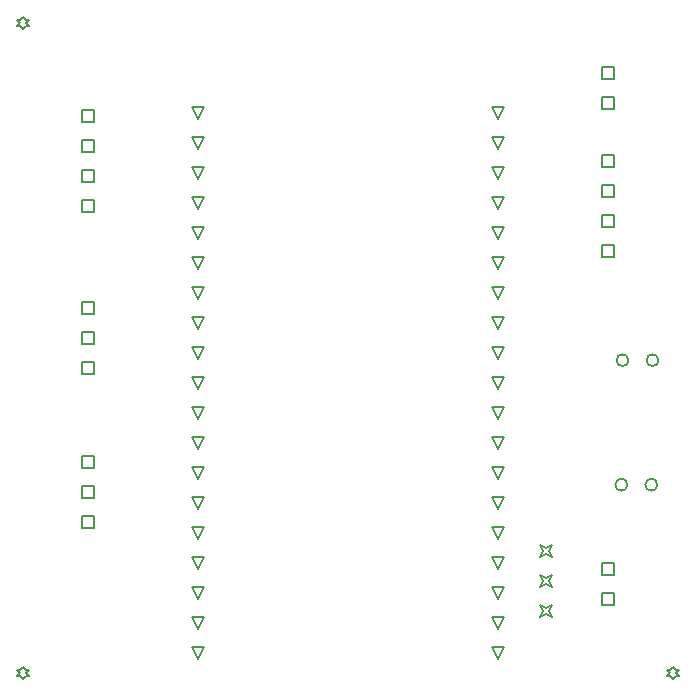
<source format=gbr>
G04*
G04 #@! TF.GenerationSoftware,Altium Limited,Altium Designer,22.4.2 (48)*
G04*
G04 Layer_Color=2752767*
%FSLAX44Y44*%
%MOMM*%
G71*
G04*
G04 #@! TF.SameCoordinates,401EAB3C-69B4-4000-897E-A26D65C5C49B*
G04*
G04*
G04 #@! TF.FilePolarity,Positive*
G04*
G01*
G75*
%ADD11C,0.1270*%
%ADD34C,0.1693*%
D11*
X74920Y491360D02*
Y501520D01*
X85080D01*
Y491360D01*
X74920D01*
Y415160D02*
Y425320D01*
X85080D01*
Y415160D01*
X74920D01*
Y440560D02*
Y450720D01*
X85080D01*
Y440560D01*
X74920D01*
Y465960D02*
Y476120D01*
X85080D01*
Y465960D01*
X74920D01*
Y328660D02*
Y338820D01*
X85080D01*
Y328660D01*
X74920D01*
Y303260D02*
Y313420D01*
X85080D01*
Y303260D01*
X74920D01*
Y277860D02*
Y288020D01*
X85080D01*
Y277860D01*
X74920D01*
Y198660D02*
Y208820D01*
X85080D01*
Y198660D01*
X74920D01*
Y173260D02*
Y183420D01*
X85080D01*
Y173260D01*
X74920D01*
Y147860D02*
Y158020D01*
X85080D01*
Y147860D01*
X74920D01*
X514920Y527620D02*
Y537780D01*
X525080D01*
Y527620D01*
X514920D01*
Y502220D02*
Y512380D01*
X525080D01*
Y502220D01*
X514920D01*
Y377190D02*
Y387350D01*
X525080D01*
Y377190D01*
X514920D01*
Y453390D02*
Y463550D01*
X525080D01*
Y453390D01*
X514920D01*
Y427990D02*
Y438150D01*
X525080D01*
Y427990D01*
X514920D01*
Y402590D02*
Y412750D01*
X525080D01*
Y402590D01*
X514920D01*
X173000Y493420D02*
X167920Y503580D01*
X178080D01*
X173000Y493420D01*
Y468020D02*
X167920Y478180D01*
X178080D01*
X173000Y468020D01*
Y442620D02*
X167920Y452780D01*
X178080D01*
X173000Y442620D01*
Y417220D02*
X167920Y427380D01*
X178080D01*
X173000Y417220D01*
Y391820D02*
X167920Y401980D01*
X178080D01*
X173000Y391820D01*
Y366420D02*
X167920Y376580D01*
X178080D01*
X173000Y366420D01*
Y341020D02*
X167920Y351180D01*
X178080D01*
X173000Y341020D01*
Y315620D02*
X167920Y325780D01*
X178080D01*
X173000Y315620D01*
Y290220D02*
X167920Y300380D01*
X178080D01*
X173000Y290220D01*
Y264820D02*
X167920Y274980D01*
X178080D01*
X173000Y264820D01*
Y239420D02*
X167920Y249580D01*
X178080D01*
X173000Y239420D01*
Y214020D02*
X167920Y224180D01*
X178080D01*
X173000Y214020D01*
Y188620D02*
X167920Y198780D01*
X178080D01*
X173000Y188620D01*
Y163220D02*
X167920Y173380D01*
X178080D01*
X173000Y163220D01*
Y137820D02*
X167920Y147980D01*
X178080D01*
X173000Y137820D01*
Y112420D02*
X167920Y122580D01*
X178080D01*
X173000Y112420D01*
Y87020D02*
X167920Y97180D01*
X178080D01*
X173000Y87020D01*
Y61620D02*
X167920Y71780D01*
X178080D01*
X173000Y61620D01*
Y36220D02*
X167920Y46380D01*
X178080D01*
X173000Y36220D01*
X427000D02*
X421920Y46380D01*
X432080D01*
X427000Y36220D01*
Y61620D02*
X421920Y71780D01*
X432080D01*
X427000Y61620D01*
Y87020D02*
X421920Y97180D01*
X432080D01*
X427000Y87020D01*
Y112420D02*
X421920Y122580D01*
X432080D01*
X427000Y112420D01*
Y137820D02*
X421920Y147980D01*
X432080D01*
X427000Y137820D01*
Y163220D02*
X421920Y173380D01*
X432080D01*
X427000Y163220D01*
Y188620D02*
X421920Y198780D01*
X432080D01*
X427000Y188620D01*
Y214020D02*
X421920Y224180D01*
X432080D01*
X427000Y214020D01*
Y239420D02*
X421920Y249580D01*
X432080D01*
X427000Y239420D01*
Y264820D02*
X421920Y274980D01*
X432080D01*
X427000Y264820D01*
Y290220D02*
X421920Y300380D01*
X432080D01*
X427000Y290220D01*
Y315620D02*
X421920Y325780D01*
X432080D01*
X427000Y315620D01*
Y341020D02*
X421920Y351180D01*
X432080D01*
X427000Y341020D01*
Y366420D02*
X421920Y376580D01*
X432080D01*
X427000Y366420D01*
Y391820D02*
X421920Y401980D01*
X432080D01*
X427000Y391820D01*
Y417220D02*
X421920Y427380D01*
X432080D01*
X427000Y417220D01*
Y442620D02*
X421920Y452780D01*
X432080D01*
X427000Y442620D01*
Y468020D02*
X421920Y478180D01*
X432080D01*
X427000Y468020D01*
Y493420D02*
X421920Y503580D01*
X432080D01*
X427000Y493420D01*
X25000Y19920D02*
X27540Y22460D01*
X30080D01*
X27540Y25000D01*
X30080Y27540D01*
X27540D01*
X25000Y30080D01*
X22460Y27540D01*
X19920D01*
X22460Y25000D01*
X19920Y22460D01*
X22460D01*
X25000Y19920D01*
X575000D02*
X577540Y22460D01*
X580080D01*
X577540Y25000D01*
X580080Y27540D01*
X577540D01*
X575000Y30080D01*
X572460Y27540D01*
X569920D01*
X572460Y25000D01*
X569920Y22460D01*
X572460D01*
X575000Y19920D01*
X25000Y569920D02*
X27540Y572460D01*
X30080D01*
X27540Y575000D01*
X30080Y577540D01*
X27540D01*
X25000Y580080D01*
X22460Y577540D01*
X19920D01*
X22460Y575000D01*
X19920Y572460D01*
X22460D01*
X25000Y569920D01*
X514920Y107950D02*
Y118110D01*
X525080D01*
Y107950D01*
X514920D01*
Y82550D02*
Y92710D01*
X525080D01*
Y82550D01*
X514920D01*
X462280Y123190D02*
X464820Y128270D01*
X462280Y133350D01*
X467360Y130810D01*
X472440Y133350D01*
X469900Y128270D01*
X472440Y123190D01*
X467360Y125730D01*
X462280Y123190D01*
Y97790D02*
X464820Y102870D01*
X462280Y107950D01*
X467360Y105410D01*
X472440Y107950D01*
X469900Y102870D01*
X472440Y97790D01*
X467360Y100330D01*
X462280Y97790D01*
Y72390D02*
X464820Y77470D01*
X462280Y82550D01*
X467360Y80010D01*
X472440Y82550D01*
X469900Y77470D01*
X472440Y72390D01*
X467360Y74930D01*
X462280Y72390D01*
D34*
X562780Y289560D02*
G03*
X562780Y289560I-5080J0D01*
G01*
X537380D02*
G03*
X537380Y289560I-5080J0D01*
G01*
X536380Y184150D02*
G03*
X536380Y184150I-5080J0D01*
G01*
X561780D02*
G03*
X561780Y184150I-5080J0D01*
G01*
M02*

</source>
